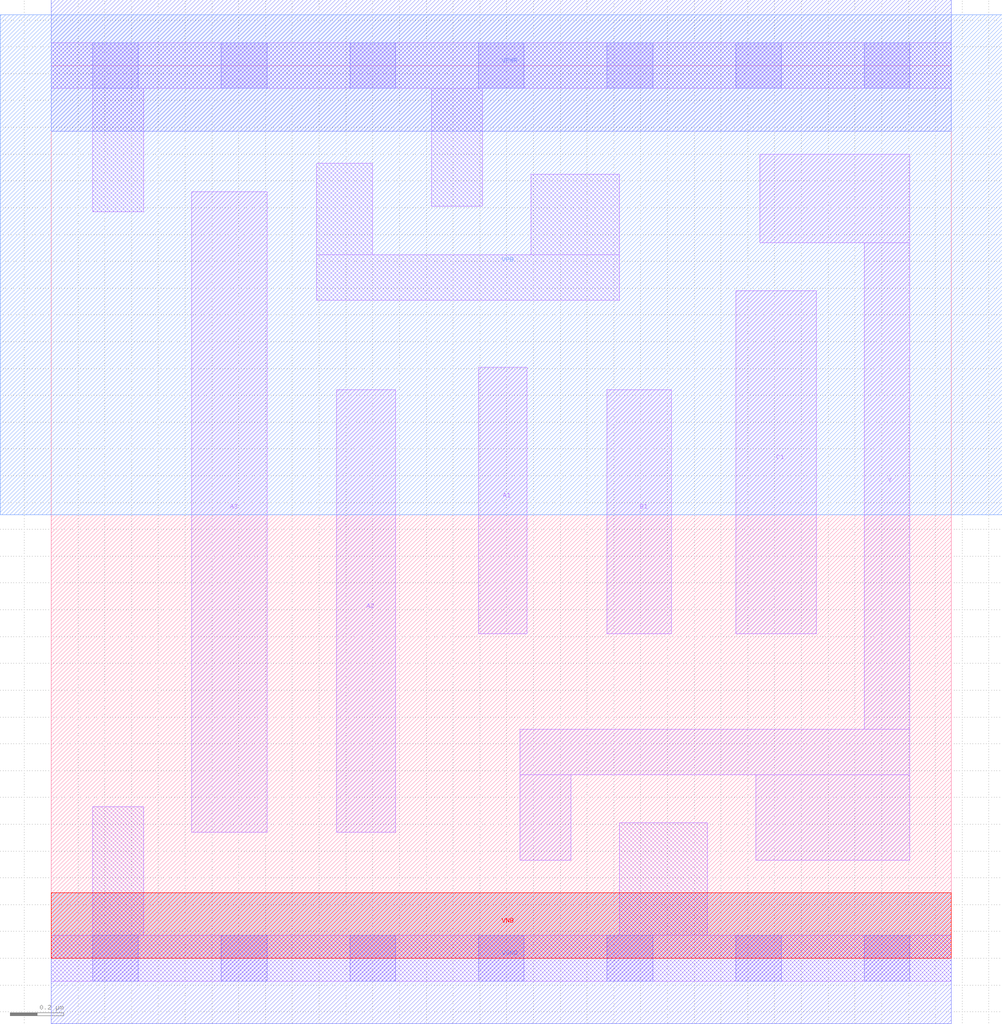
<source format=lef>
# Copyright 2020 The SkyWater PDK Authors
#
# Licensed under the Apache License, Version 2.0 (the "License");
# you may not use this file except in compliance with the License.
# You may obtain a copy of the License at
#
#     https://www.apache.org/licenses/LICENSE-2.0
#
# Unless required by applicable law or agreed to in writing, software
# distributed under the License is distributed on an "AS IS" BASIS,
# WITHOUT WARRANTIES OR CONDITIONS OF ANY KIND, either express or implied.
# See the License for the specific language governing permissions and
# limitations under the License.
#
# SPDX-License-Identifier: Apache-2.0

VERSION 5.7 ;
  NOWIREEXTENSIONATPIN ON ;
  DIVIDERCHAR "/" ;
  BUSBITCHARS "[]" ;
MACRO sky130_fd_sc_lp__a311oi_m
  CLASS CORE ;
  FOREIGN sky130_fd_sc_lp__a311oi_m ;
  ORIGIN  0.000000  0.000000 ;
  SIZE  3.360000 BY  3.330000 ;
  SYMMETRY X Y R90 ;
  SITE unit ;
  PIN A1
    ANTENNAGATEAREA  0.126000 ;
    DIRECTION INPUT ;
    USE SIGNAL ;
    PORT
      LAYER li1 ;
        RECT 1.595000 1.210000 1.775000 2.205000 ;
    END
  END A1
  PIN A2
    ANTENNAGATEAREA  0.126000 ;
    DIRECTION INPUT ;
    USE SIGNAL ;
    PORT
      LAYER li1 ;
        RECT 1.065000 0.470000 1.285000 2.120000 ;
    END
  END A2
  PIN A3
    ANTENNAGATEAREA  0.126000 ;
    DIRECTION INPUT ;
    USE SIGNAL ;
    PORT
      LAYER li1 ;
        RECT 0.525000 0.470000 0.805000 2.860000 ;
    END
  END A3
  PIN B1
    ANTENNAGATEAREA  0.126000 ;
    DIRECTION INPUT ;
    USE SIGNAL ;
    PORT
      LAYER li1 ;
        RECT 2.075000 1.210000 2.315000 2.120000 ;
    END
  END B1
  PIN C1
    ANTENNAGATEAREA  0.126000 ;
    DIRECTION INPUT ;
    USE SIGNAL ;
    PORT
      LAYER li1 ;
        RECT 2.555000 1.210000 2.855000 2.490000 ;
    END
  END C1
  PIN Y
    ANTENNADIFFAREA  0.342300 ;
    DIRECTION OUTPUT ;
    USE SIGNAL ;
    PORT
      LAYER li1 ;
        RECT 1.750000 0.365000 1.940000 0.685000 ;
        RECT 1.750000 0.685000 3.205000 0.855000 ;
        RECT 2.630000 0.365000 3.205000 0.685000 ;
        RECT 2.645000 2.670000 3.205000 3.000000 ;
        RECT 3.035000 0.855000 3.205000 2.670000 ;
    END
  END Y
  PIN VGND
    DIRECTION INOUT ;
    USE GROUND ;
    PORT
      LAYER met1 ;
        RECT 0.000000 -0.245000 3.360000 0.245000 ;
    END
  END VGND
  PIN VNB
    DIRECTION INOUT ;
    USE GROUND ;
    PORT
      LAYER pwell ;
        RECT 0.000000 0.000000 3.360000 0.245000 ;
    END
  END VNB
  PIN VPB
    DIRECTION INOUT ;
    USE POWER ;
    PORT
      LAYER nwell ;
        RECT -0.190000 1.655000 3.550000 3.520000 ;
    END
  END VPB
  PIN VPWR
    DIRECTION INOUT ;
    USE POWER ;
    PORT
      LAYER met1 ;
        RECT 0.000000 3.085000 3.360000 3.575000 ;
    END
  END VPWR
  OBS
    LAYER li1 ;
      RECT 0.000000 -0.085000 3.360000 0.085000 ;
      RECT 0.000000  3.245000 3.360000 3.415000 ;
      RECT 0.155000  0.085000 0.345000 0.565000 ;
      RECT 0.155000  2.785000 0.345000 3.245000 ;
      RECT 0.990000  2.455000 2.120000 2.625000 ;
      RECT 0.990000  2.625000 1.200000 2.965000 ;
      RECT 1.420000  2.805000 1.610000 3.245000 ;
      RECT 1.790000  2.625000 2.120000 2.925000 ;
      RECT 2.120000  0.085000 2.450000 0.505000 ;
    LAYER mcon ;
      RECT 0.155000 -0.085000 0.325000 0.085000 ;
      RECT 0.155000  3.245000 0.325000 3.415000 ;
      RECT 0.635000 -0.085000 0.805000 0.085000 ;
      RECT 0.635000  3.245000 0.805000 3.415000 ;
      RECT 1.115000 -0.085000 1.285000 0.085000 ;
      RECT 1.115000  3.245000 1.285000 3.415000 ;
      RECT 1.595000 -0.085000 1.765000 0.085000 ;
      RECT 1.595000  3.245000 1.765000 3.415000 ;
      RECT 2.075000 -0.085000 2.245000 0.085000 ;
      RECT 2.075000  3.245000 2.245000 3.415000 ;
      RECT 2.555000 -0.085000 2.725000 0.085000 ;
      RECT 2.555000  3.245000 2.725000 3.415000 ;
      RECT 3.035000 -0.085000 3.205000 0.085000 ;
      RECT 3.035000  3.245000 3.205000 3.415000 ;
  END
END sky130_fd_sc_lp__a311oi_m
END LIBRARY

</source>
